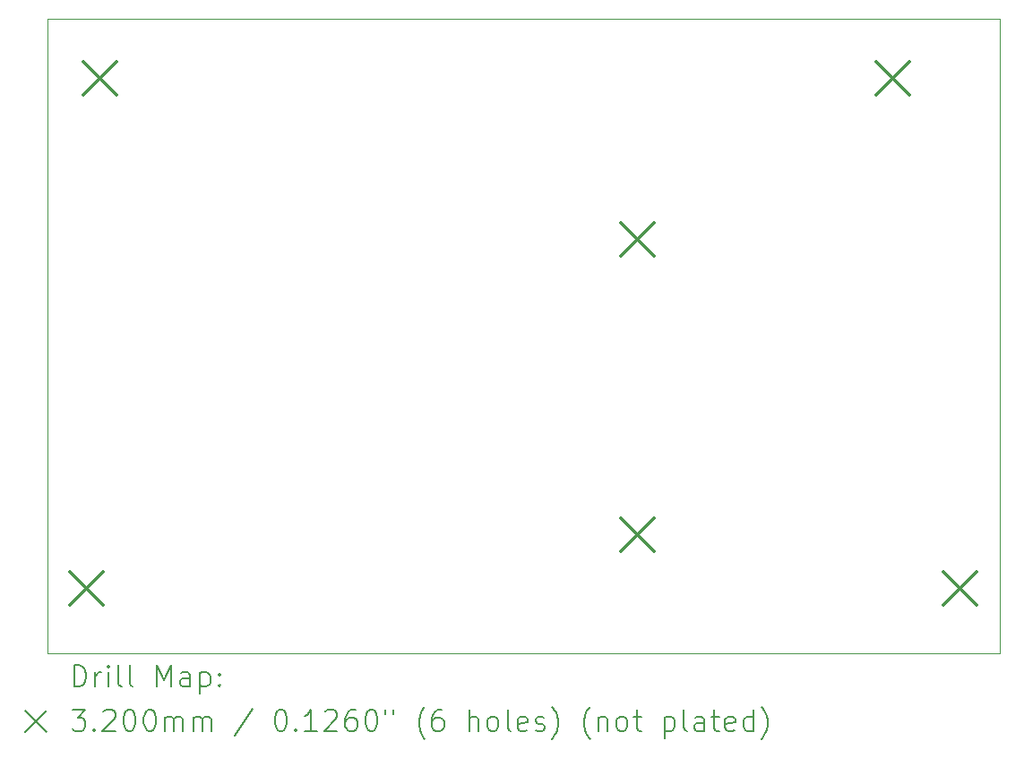
<source format=gbr>
%TF.GenerationSoftware,KiCad,Pcbnew,7.0.5*%
%TF.CreationDate,2023-09-27T13:54:26+07:00*%
%TF.ProjectId,sumoRobotPCB,73756d6f-526f-4626-9f74-5043422e6b69,rev?*%
%TF.SameCoordinates,Original*%
%TF.FileFunction,Drillmap*%
%TF.FilePolarity,Positive*%
%FSLAX45Y45*%
G04 Gerber Fmt 4.5, Leading zero omitted, Abs format (unit mm)*
G04 Created by KiCad (PCBNEW 7.0.5) date 2023-09-27 13:54:26*
%MOMM*%
%LPD*%
G01*
G04 APERTURE LIST*
%ADD10C,0.100000*%
%ADD11C,0.200000*%
%ADD12C,0.320000*%
G04 APERTURE END LIST*
D10*
X19004000Y-8863000D02*
X28004000Y-8863000D01*
X28004000Y-14863000D01*
X19004000Y-14863000D01*
X19004000Y-8863000D01*
D11*
D12*
X19216000Y-14092000D02*
X19536000Y-14412000D01*
X19536000Y-14092000D02*
X19216000Y-14412000D01*
X19343000Y-9266000D02*
X19663000Y-9586000D01*
X19663000Y-9266000D02*
X19343000Y-9586000D01*
X24423000Y-10790000D02*
X24743000Y-11110000D01*
X24743000Y-10790000D02*
X24423000Y-11110000D01*
X24423000Y-13584000D02*
X24743000Y-13904000D01*
X24743000Y-13584000D02*
X24423000Y-13904000D01*
X26836000Y-9266000D02*
X27156000Y-9586000D01*
X27156000Y-9266000D02*
X26836000Y-9586000D01*
X27471000Y-14092000D02*
X27791000Y-14412000D01*
X27791000Y-14092000D02*
X27471000Y-14412000D01*
D11*
X19259777Y-15179484D02*
X19259777Y-14979484D01*
X19259777Y-14979484D02*
X19307396Y-14979484D01*
X19307396Y-14979484D02*
X19335967Y-14989008D01*
X19335967Y-14989008D02*
X19355015Y-15008055D01*
X19355015Y-15008055D02*
X19364539Y-15027103D01*
X19364539Y-15027103D02*
X19374063Y-15065198D01*
X19374063Y-15065198D02*
X19374063Y-15093769D01*
X19374063Y-15093769D02*
X19364539Y-15131865D01*
X19364539Y-15131865D02*
X19355015Y-15150912D01*
X19355015Y-15150912D02*
X19335967Y-15169960D01*
X19335967Y-15169960D02*
X19307396Y-15179484D01*
X19307396Y-15179484D02*
X19259777Y-15179484D01*
X19459777Y-15179484D02*
X19459777Y-15046150D01*
X19459777Y-15084246D02*
X19469301Y-15065198D01*
X19469301Y-15065198D02*
X19478824Y-15055674D01*
X19478824Y-15055674D02*
X19497872Y-15046150D01*
X19497872Y-15046150D02*
X19516920Y-15046150D01*
X19583586Y-15179484D02*
X19583586Y-15046150D01*
X19583586Y-14979484D02*
X19574063Y-14989008D01*
X19574063Y-14989008D02*
X19583586Y-14998531D01*
X19583586Y-14998531D02*
X19593110Y-14989008D01*
X19593110Y-14989008D02*
X19583586Y-14979484D01*
X19583586Y-14979484D02*
X19583586Y-14998531D01*
X19707396Y-15179484D02*
X19688348Y-15169960D01*
X19688348Y-15169960D02*
X19678824Y-15150912D01*
X19678824Y-15150912D02*
X19678824Y-14979484D01*
X19812158Y-15179484D02*
X19793110Y-15169960D01*
X19793110Y-15169960D02*
X19783586Y-15150912D01*
X19783586Y-15150912D02*
X19783586Y-14979484D01*
X20040729Y-15179484D02*
X20040729Y-14979484D01*
X20040729Y-14979484D02*
X20107396Y-15122341D01*
X20107396Y-15122341D02*
X20174063Y-14979484D01*
X20174063Y-14979484D02*
X20174063Y-15179484D01*
X20355015Y-15179484D02*
X20355015Y-15074722D01*
X20355015Y-15074722D02*
X20345491Y-15055674D01*
X20345491Y-15055674D02*
X20326444Y-15046150D01*
X20326444Y-15046150D02*
X20288348Y-15046150D01*
X20288348Y-15046150D02*
X20269301Y-15055674D01*
X20355015Y-15169960D02*
X20335967Y-15179484D01*
X20335967Y-15179484D02*
X20288348Y-15179484D01*
X20288348Y-15179484D02*
X20269301Y-15169960D01*
X20269301Y-15169960D02*
X20259777Y-15150912D01*
X20259777Y-15150912D02*
X20259777Y-15131865D01*
X20259777Y-15131865D02*
X20269301Y-15112817D01*
X20269301Y-15112817D02*
X20288348Y-15103293D01*
X20288348Y-15103293D02*
X20335967Y-15103293D01*
X20335967Y-15103293D02*
X20355015Y-15093769D01*
X20450253Y-15046150D02*
X20450253Y-15246150D01*
X20450253Y-15055674D02*
X20469301Y-15046150D01*
X20469301Y-15046150D02*
X20507396Y-15046150D01*
X20507396Y-15046150D02*
X20526444Y-15055674D01*
X20526444Y-15055674D02*
X20535967Y-15065198D01*
X20535967Y-15065198D02*
X20545491Y-15084246D01*
X20545491Y-15084246D02*
X20545491Y-15141388D01*
X20545491Y-15141388D02*
X20535967Y-15160436D01*
X20535967Y-15160436D02*
X20526444Y-15169960D01*
X20526444Y-15169960D02*
X20507396Y-15179484D01*
X20507396Y-15179484D02*
X20469301Y-15179484D01*
X20469301Y-15179484D02*
X20450253Y-15169960D01*
X20631205Y-15160436D02*
X20640729Y-15169960D01*
X20640729Y-15169960D02*
X20631205Y-15179484D01*
X20631205Y-15179484D02*
X20621682Y-15169960D01*
X20621682Y-15169960D02*
X20631205Y-15160436D01*
X20631205Y-15160436D02*
X20631205Y-15179484D01*
X20631205Y-15055674D02*
X20640729Y-15065198D01*
X20640729Y-15065198D02*
X20631205Y-15074722D01*
X20631205Y-15074722D02*
X20621682Y-15065198D01*
X20621682Y-15065198D02*
X20631205Y-15055674D01*
X20631205Y-15055674D02*
X20631205Y-15074722D01*
X18799000Y-15408000D02*
X18999000Y-15608000D01*
X18999000Y-15408000D02*
X18799000Y-15608000D01*
X19240729Y-15399484D02*
X19364539Y-15399484D01*
X19364539Y-15399484D02*
X19297872Y-15475674D01*
X19297872Y-15475674D02*
X19326444Y-15475674D01*
X19326444Y-15475674D02*
X19345491Y-15485198D01*
X19345491Y-15485198D02*
X19355015Y-15494722D01*
X19355015Y-15494722D02*
X19364539Y-15513769D01*
X19364539Y-15513769D02*
X19364539Y-15561388D01*
X19364539Y-15561388D02*
X19355015Y-15580436D01*
X19355015Y-15580436D02*
X19345491Y-15589960D01*
X19345491Y-15589960D02*
X19326444Y-15599484D01*
X19326444Y-15599484D02*
X19269301Y-15599484D01*
X19269301Y-15599484D02*
X19250253Y-15589960D01*
X19250253Y-15589960D02*
X19240729Y-15580436D01*
X19450253Y-15580436D02*
X19459777Y-15589960D01*
X19459777Y-15589960D02*
X19450253Y-15599484D01*
X19450253Y-15599484D02*
X19440729Y-15589960D01*
X19440729Y-15589960D02*
X19450253Y-15580436D01*
X19450253Y-15580436D02*
X19450253Y-15599484D01*
X19535967Y-15418531D02*
X19545491Y-15409008D01*
X19545491Y-15409008D02*
X19564539Y-15399484D01*
X19564539Y-15399484D02*
X19612158Y-15399484D01*
X19612158Y-15399484D02*
X19631205Y-15409008D01*
X19631205Y-15409008D02*
X19640729Y-15418531D01*
X19640729Y-15418531D02*
X19650253Y-15437579D01*
X19650253Y-15437579D02*
X19650253Y-15456627D01*
X19650253Y-15456627D02*
X19640729Y-15485198D01*
X19640729Y-15485198D02*
X19526444Y-15599484D01*
X19526444Y-15599484D02*
X19650253Y-15599484D01*
X19774063Y-15399484D02*
X19793110Y-15399484D01*
X19793110Y-15399484D02*
X19812158Y-15409008D01*
X19812158Y-15409008D02*
X19821682Y-15418531D01*
X19821682Y-15418531D02*
X19831205Y-15437579D01*
X19831205Y-15437579D02*
X19840729Y-15475674D01*
X19840729Y-15475674D02*
X19840729Y-15523293D01*
X19840729Y-15523293D02*
X19831205Y-15561388D01*
X19831205Y-15561388D02*
X19821682Y-15580436D01*
X19821682Y-15580436D02*
X19812158Y-15589960D01*
X19812158Y-15589960D02*
X19793110Y-15599484D01*
X19793110Y-15599484D02*
X19774063Y-15599484D01*
X19774063Y-15599484D02*
X19755015Y-15589960D01*
X19755015Y-15589960D02*
X19745491Y-15580436D01*
X19745491Y-15580436D02*
X19735967Y-15561388D01*
X19735967Y-15561388D02*
X19726444Y-15523293D01*
X19726444Y-15523293D02*
X19726444Y-15475674D01*
X19726444Y-15475674D02*
X19735967Y-15437579D01*
X19735967Y-15437579D02*
X19745491Y-15418531D01*
X19745491Y-15418531D02*
X19755015Y-15409008D01*
X19755015Y-15409008D02*
X19774063Y-15399484D01*
X19964539Y-15399484D02*
X19983586Y-15399484D01*
X19983586Y-15399484D02*
X20002634Y-15409008D01*
X20002634Y-15409008D02*
X20012158Y-15418531D01*
X20012158Y-15418531D02*
X20021682Y-15437579D01*
X20021682Y-15437579D02*
X20031205Y-15475674D01*
X20031205Y-15475674D02*
X20031205Y-15523293D01*
X20031205Y-15523293D02*
X20021682Y-15561388D01*
X20021682Y-15561388D02*
X20012158Y-15580436D01*
X20012158Y-15580436D02*
X20002634Y-15589960D01*
X20002634Y-15589960D02*
X19983586Y-15599484D01*
X19983586Y-15599484D02*
X19964539Y-15599484D01*
X19964539Y-15599484D02*
X19945491Y-15589960D01*
X19945491Y-15589960D02*
X19935967Y-15580436D01*
X19935967Y-15580436D02*
X19926444Y-15561388D01*
X19926444Y-15561388D02*
X19916920Y-15523293D01*
X19916920Y-15523293D02*
X19916920Y-15475674D01*
X19916920Y-15475674D02*
X19926444Y-15437579D01*
X19926444Y-15437579D02*
X19935967Y-15418531D01*
X19935967Y-15418531D02*
X19945491Y-15409008D01*
X19945491Y-15409008D02*
X19964539Y-15399484D01*
X20116920Y-15599484D02*
X20116920Y-15466150D01*
X20116920Y-15485198D02*
X20126444Y-15475674D01*
X20126444Y-15475674D02*
X20145491Y-15466150D01*
X20145491Y-15466150D02*
X20174063Y-15466150D01*
X20174063Y-15466150D02*
X20193110Y-15475674D01*
X20193110Y-15475674D02*
X20202634Y-15494722D01*
X20202634Y-15494722D02*
X20202634Y-15599484D01*
X20202634Y-15494722D02*
X20212158Y-15475674D01*
X20212158Y-15475674D02*
X20231205Y-15466150D01*
X20231205Y-15466150D02*
X20259777Y-15466150D01*
X20259777Y-15466150D02*
X20278825Y-15475674D01*
X20278825Y-15475674D02*
X20288348Y-15494722D01*
X20288348Y-15494722D02*
X20288348Y-15599484D01*
X20383586Y-15599484D02*
X20383586Y-15466150D01*
X20383586Y-15485198D02*
X20393110Y-15475674D01*
X20393110Y-15475674D02*
X20412158Y-15466150D01*
X20412158Y-15466150D02*
X20440729Y-15466150D01*
X20440729Y-15466150D02*
X20459777Y-15475674D01*
X20459777Y-15475674D02*
X20469301Y-15494722D01*
X20469301Y-15494722D02*
X20469301Y-15599484D01*
X20469301Y-15494722D02*
X20478825Y-15475674D01*
X20478825Y-15475674D02*
X20497872Y-15466150D01*
X20497872Y-15466150D02*
X20526444Y-15466150D01*
X20526444Y-15466150D02*
X20545491Y-15475674D01*
X20545491Y-15475674D02*
X20555015Y-15494722D01*
X20555015Y-15494722D02*
X20555015Y-15599484D01*
X20945491Y-15389960D02*
X20774063Y-15647103D01*
X21202634Y-15399484D02*
X21221682Y-15399484D01*
X21221682Y-15399484D02*
X21240729Y-15409008D01*
X21240729Y-15409008D02*
X21250253Y-15418531D01*
X21250253Y-15418531D02*
X21259777Y-15437579D01*
X21259777Y-15437579D02*
X21269301Y-15475674D01*
X21269301Y-15475674D02*
X21269301Y-15523293D01*
X21269301Y-15523293D02*
X21259777Y-15561388D01*
X21259777Y-15561388D02*
X21250253Y-15580436D01*
X21250253Y-15580436D02*
X21240729Y-15589960D01*
X21240729Y-15589960D02*
X21221682Y-15599484D01*
X21221682Y-15599484D02*
X21202634Y-15599484D01*
X21202634Y-15599484D02*
X21183587Y-15589960D01*
X21183587Y-15589960D02*
X21174063Y-15580436D01*
X21174063Y-15580436D02*
X21164539Y-15561388D01*
X21164539Y-15561388D02*
X21155015Y-15523293D01*
X21155015Y-15523293D02*
X21155015Y-15475674D01*
X21155015Y-15475674D02*
X21164539Y-15437579D01*
X21164539Y-15437579D02*
X21174063Y-15418531D01*
X21174063Y-15418531D02*
X21183587Y-15409008D01*
X21183587Y-15409008D02*
X21202634Y-15399484D01*
X21355015Y-15580436D02*
X21364539Y-15589960D01*
X21364539Y-15589960D02*
X21355015Y-15599484D01*
X21355015Y-15599484D02*
X21345491Y-15589960D01*
X21345491Y-15589960D02*
X21355015Y-15580436D01*
X21355015Y-15580436D02*
X21355015Y-15599484D01*
X21555015Y-15599484D02*
X21440729Y-15599484D01*
X21497872Y-15599484D02*
X21497872Y-15399484D01*
X21497872Y-15399484D02*
X21478825Y-15428055D01*
X21478825Y-15428055D02*
X21459777Y-15447103D01*
X21459777Y-15447103D02*
X21440729Y-15456627D01*
X21631206Y-15418531D02*
X21640729Y-15409008D01*
X21640729Y-15409008D02*
X21659777Y-15399484D01*
X21659777Y-15399484D02*
X21707396Y-15399484D01*
X21707396Y-15399484D02*
X21726444Y-15409008D01*
X21726444Y-15409008D02*
X21735968Y-15418531D01*
X21735968Y-15418531D02*
X21745491Y-15437579D01*
X21745491Y-15437579D02*
X21745491Y-15456627D01*
X21745491Y-15456627D02*
X21735968Y-15485198D01*
X21735968Y-15485198D02*
X21621682Y-15599484D01*
X21621682Y-15599484D02*
X21745491Y-15599484D01*
X21916920Y-15399484D02*
X21878825Y-15399484D01*
X21878825Y-15399484D02*
X21859777Y-15409008D01*
X21859777Y-15409008D02*
X21850253Y-15418531D01*
X21850253Y-15418531D02*
X21831206Y-15447103D01*
X21831206Y-15447103D02*
X21821682Y-15485198D01*
X21821682Y-15485198D02*
X21821682Y-15561388D01*
X21821682Y-15561388D02*
X21831206Y-15580436D01*
X21831206Y-15580436D02*
X21840729Y-15589960D01*
X21840729Y-15589960D02*
X21859777Y-15599484D01*
X21859777Y-15599484D02*
X21897872Y-15599484D01*
X21897872Y-15599484D02*
X21916920Y-15589960D01*
X21916920Y-15589960D02*
X21926444Y-15580436D01*
X21926444Y-15580436D02*
X21935968Y-15561388D01*
X21935968Y-15561388D02*
X21935968Y-15513769D01*
X21935968Y-15513769D02*
X21926444Y-15494722D01*
X21926444Y-15494722D02*
X21916920Y-15485198D01*
X21916920Y-15485198D02*
X21897872Y-15475674D01*
X21897872Y-15475674D02*
X21859777Y-15475674D01*
X21859777Y-15475674D02*
X21840729Y-15485198D01*
X21840729Y-15485198D02*
X21831206Y-15494722D01*
X21831206Y-15494722D02*
X21821682Y-15513769D01*
X22059777Y-15399484D02*
X22078825Y-15399484D01*
X22078825Y-15399484D02*
X22097872Y-15409008D01*
X22097872Y-15409008D02*
X22107396Y-15418531D01*
X22107396Y-15418531D02*
X22116920Y-15437579D01*
X22116920Y-15437579D02*
X22126444Y-15475674D01*
X22126444Y-15475674D02*
X22126444Y-15523293D01*
X22126444Y-15523293D02*
X22116920Y-15561388D01*
X22116920Y-15561388D02*
X22107396Y-15580436D01*
X22107396Y-15580436D02*
X22097872Y-15589960D01*
X22097872Y-15589960D02*
X22078825Y-15599484D01*
X22078825Y-15599484D02*
X22059777Y-15599484D01*
X22059777Y-15599484D02*
X22040729Y-15589960D01*
X22040729Y-15589960D02*
X22031206Y-15580436D01*
X22031206Y-15580436D02*
X22021682Y-15561388D01*
X22021682Y-15561388D02*
X22012158Y-15523293D01*
X22012158Y-15523293D02*
X22012158Y-15475674D01*
X22012158Y-15475674D02*
X22021682Y-15437579D01*
X22021682Y-15437579D02*
X22031206Y-15418531D01*
X22031206Y-15418531D02*
X22040729Y-15409008D01*
X22040729Y-15409008D02*
X22059777Y-15399484D01*
X22202634Y-15399484D02*
X22202634Y-15437579D01*
X22278825Y-15399484D02*
X22278825Y-15437579D01*
X22574063Y-15675674D02*
X22564539Y-15666150D01*
X22564539Y-15666150D02*
X22545491Y-15637579D01*
X22545491Y-15637579D02*
X22535968Y-15618531D01*
X22535968Y-15618531D02*
X22526444Y-15589960D01*
X22526444Y-15589960D02*
X22516920Y-15542341D01*
X22516920Y-15542341D02*
X22516920Y-15504246D01*
X22516920Y-15504246D02*
X22526444Y-15456627D01*
X22526444Y-15456627D02*
X22535968Y-15428055D01*
X22535968Y-15428055D02*
X22545491Y-15409008D01*
X22545491Y-15409008D02*
X22564539Y-15380436D01*
X22564539Y-15380436D02*
X22574063Y-15370912D01*
X22735968Y-15399484D02*
X22697872Y-15399484D01*
X22697872Y-15399484D02*
X22678825Y-15409008D01*
X22678825Y-15409008D02*
X22669301Y-15418531D01*
X22669301Y-15418531D02*
X22650253Y-15447103D01*
X22650253Y-15447103D02*
X22640729Y-15485198D01*
X22640729Y-15485198D02*
X22640729Y-15561388D01*
X22640729Y-15561388D02*
X22650253Y-15580436D01*
X22650253Y-15580436D02*
X22659777Y-15589960D01*
X22659777Y-15589960D02*
X22678825Y-15599484D01*
X22678825Y-15599484D02*
X22716920Y-15599484D01*
X22716920Y-15599484D02*
X22735968Y-15589960D01*
X22735968Y-15589960D02*
X22745491Y-15580436D01*
X22745491Y-15580436D02*
X22755015Y-15561388D01*
X22755015Y-15561388D02*
X22755015Y-15513769D01*
X22755015Y-15513769D02*
X22745491Y-15494722D01*
X22745491Y-15494722D02*
X22735968Y-15485198D01*
X22735968Y-15485198D02*
X22716920Y-15475674D01*
X22716920Y-15475674D02*
X22678825Y-15475674D01*
X22678825Y-15475674D02*
X22659777Y-15485198D01*
X22659777Y-15485198D02*
X22650253Y-15494722D01*
X22650253Y-15494722D02*
X22640729Y-15513769D01*
X22993110Y-15599484D02*
X22993110Y-15399484D01*
X23078825Y-15599484D02*
X23078825Y-15494722D01*
X23078825Y-15494722D02*
X23069301Y-15475674D01*
X23069301Y-15475674D02*
X23050253Y-15466150D01*
X23050253Y-15466150D02*
X23021682Y-15466150D01*
X23021682Y-15466150D02*
X23002634Y-15475674D01*
X23002634Y-15475674D02*
X22993110Y-15485198D01*
X23202634Y-15599484D02*
X23183587Y-15589960D01*
X23183587Y-15589960D02*
X23174063Y-15580436D01*
X23174063Y-15580436D02*
X23164539Y-15561388D01*
X23164539Y-15561388D02*
X23164539Y-15504246D01*
X23164539Y-15504246D02*
X23174063Y-15485198D01*
X23174063Y-15485198D02*
X23183587Y-15475674D01*
X23183587Y-15475674D02*
X23202634Y-15466150D01*
X23202634Y-15466150D02*
X23231206Y-15466150D01*
X23231206Y-15466150D02*
X23250253Y-15475674D01*
X23250253Y-15475674D02*
X23259777Y-15485198D01*
X23259777Y-15485198D02*
X23269301Y-15504246D01*
X23269301Y-15504246D02*
X23269301Y-15561388D01*
X23269301Y-15561388D02*
X23259777Y-15580436D01*
X23259777Y-15580436D02*
X23250253Y-15589960D01*
X23250253Y-15589960D02*
X23231206Y-15599484D01*
X23231206Y-15599484D02*
X23202634Y-15599484D01*
X23383587Y-15599484D02*
X23364539Y-15589960D01*
X23364539Y-15589960D02*
X23355015Y-15570912D01*
X23355015Y-15570912D02*
X23355015Y-15399484D01*
X23535968Y-15589960D02*
X23516920Y-15599484D01*
X23516920Y-15599484D02*
X23478825Y-15599484D01*
X23478825Y-15599484D02*
X23459777Y-15589960D01*
X23459777Y-15589960D02*
X23450253Y-15570912D01*
X23450253Y-15570912D02*
X23450253Y-15494722D01*
X23450253Y-15494722D02*
X23459777Y-15475674D01*
X23459777Y-15475674D02*
X23478825Y-15466150D01*
X23478825Y-15466150D02*
X23516920Y-15466150D01*
X23516920Y-15466150D02*
X23535968Y-15475674D01*
X23535968Y-15475674D02*
X23545491Y-15494722D01*
X23545491Y-15494722D02*
X23545491Y-15513769D01*
X23545491Y-15513769D02*
X23450253Y-15532817D01*
X23621682Y-15589960D02*
X23640730Y-15599484D01*
X23640730Y-15599484D02*
X23678825Y-15599484D01*
X23678825Y-15599484D02*
X23697872Y-15589960D01*
X23697872Y-15589960D02*
X23707396Y-15570912D01*
X23707396Y-15570912D02*
X23707396Y-15561388D01*
X23707396Y-15561388D02*
X23697872Y-15542341D01*
X23697872Y-15542341D02*
X23678825Y-15532817D01*
X23678825Y-15532817D02*
X23650253Y-15532817D01*
X23650253Y-15532817D02*
X23631206Y-15523293D01*
X23631206Y-15523293D02*
X23621682Y-15504246D01*
X23621682Y-15504246D02*
X23621682Y-15494722D01*
X23621682Y-15494722D02*
X23631206Y-15475674D01*
X23631206Y-15475674D02*
X23650253Y-15466150D01*
X23650253Y-15466150D02*
X23678825Y-15466150D01*
X23678825Y-15466150D02*
X23697872Y-15475674D01*
X23774063Y-15675674D02*
X23783587Y-15666150D01*
X23783587Y-15666150D02*
X23802634Y-15637579D01*
X23802634Y-15637579D02*
X23812158Y-15618531D01*
X23812158Y-15618531D02*
X23821682Y-15589960D01*
X23821682Y-15589960D02*
X23831206Y-15542341D01*
X23831206Y-15542341D02*
X23831206Y-15504246D01*
X23831206Y-15504246D02*
X23821682Y-15456627D01*
X23821682Y-15456627D02*
X23812158Y-15428055D01*
X23812158Y-15428055D02*
X23802634Y-15409008D01*
X23802634Y-15409008D02*
X23783587Y-15380436D01*
X23783587Y-15380436D02*
X23774063Y-15370912D01*
X24135968Y-15675674D02*
X24126444Y-15666150D01*
X24126444Y-15666150D02*
X24107396Y-15637579D01*
X24107396Y-15637579D02*
X24097872Y-15618531D01*
X24097872Y-15618531D02*
X24088349Y-15589960D01*
X24088349Y-15589960D02*
X24078825Y-15542341D01*
X24078825Y-15542341D02*
X24078825Y-15504246D01*
X24078825Y-15504246D02*
X24088349Y-15456627D01*
X24088349Y-15456627D02*
X24097872Y-15428055D01*
X24097872Y-15428055D02*
X24107396Y-15409008D01*
X24107396Y-15409008D02*
X24126444Y-15380436D01*
X24126444Y-15380436D02*
X24135968Y-15370912D01*
X24212158Y-15466150D02*
X24212158Y-15599484D01*
X24212158Y-15485198D02*
X24221682Y-15475674D01*
X24221682Y-15475674D02*
X24240730Y-15466150D01*
X24240730Y-15466150D02*
X24269301Y-15466150D01*
X24269301Y-15466150D02*
X24288349Y-15475674D01*
X24288349Y-15475674D02*
X24297872Y-15494722D01*
X24297872Y-15494722D02*
X24297872Y-15599484D01*
X24421682Y-15599484D02*
X24402634Y-15589960D01*
X24402634Y-15589960D02*
X24393111Y-15580436D01*
X24393111Y-15580436D02*
X24383587Y-15561388D01*
X24383587Y-15561388D02*
X24383587Y-15504246D01*
X24383587Y-15504246D02*
X24393111Y-15485198D01*
X24393111Y-15485198D02*
X24402634Y-15475674D01*
X24402634Y-15475674D02*
X24421682Y-15466150D01*
X24421682Y-15466150D02*
X24450253Y-15466150D01*
X24450253Y-15466150D02*
X24469301Y-15475674D01*
X24469301Y-15475674D02*
X24478825Y-15485198D01*
X24478825Y-15485198D02*
X24488349Y-15504246D01*
X24488349Y-15504246D02*
X24488349Y-15561388D01*
X24488349Y-15561388D02*
X24478825Y-15580436D01*
X24478825Y-15580436D02*
X24469301Y-15589960D01*
X24469301Y-15589960D02*
X24450253Y-15599484D01*
X24450253Y-15599484D02*
X24421682Y-15599484D01*
X24545492Y-15466150D02*
X24621682Y-15466150D01*
X24574063Y-15399484D02*
X24574063Y-15570912D01*
X24574063Y-15570912D02*
X24583587Y-15589960D01*
X24583587Y-15589960D02*
X24602634Y-15599484D01*
X24602634Y-15599484D02*
X24621682Y-15599484D01*
X24840730Y-15466150D02*
X24840730Y-15666150D01*
X24840730Y-15475674D02*
X24859777Y-15466150D01*
X24859777Y-15466150D02*
X24897873Y-15466150D01*
X24897873Y-15466150D02*
X24916920Y-15475674D01*
X24916920Y-15475674D02*
X24926444Y-15485198D01*
X24926444Y-15485198D02*
X24935968Y-15504246D01*
X24935968Y-15504246D02*
X24935968Y-15561388D01*
X24935968Y-15561388D02*
X24926444Y-15580436D01*
X24926444Y-15580436D02*
X24916920Y-15589960D01*
X24916920Y-15589960D02*
X24897873Y-15599484D01*
X24897873Y-15599484D02*
X24859777Y-15599484D01*
X24859777Y-15599484D02*
X24840730Y-15589960D01*
X25050253Y-15599484D02*
X25031206Y-15589960D01*
X25031206Y-15589960D02*
X25021682Y-15570912D01*
X25021682Y-15570912D02*
X25021682Y-15399484D01*
X25212158Y-15599484D02*
X25212158Y-15494722D01*
X25212158Y-15494722D02*
X25202634Y-15475674D01*
X25202634Y-15475674D02*
X25183587Y-15466150D01*
X25183587Y-15466150D02*
X25145492Y-15466150D01*
X25145492Y-15466150D02*
X25126444Y-15475674D01*
X25212158Y-15589960D02*
X25193111Y-15599484D01*
X25193111Y-15599484D02*
X25145492Y-15599484D01*
X25145492Y-15599484D02*
X25126444Y-15589960D01*
X25126444Y-15589960D02*
X25116920Y-15570912D01*
X25116920Y-15570912D02*
X25116920Y-15551865D01*
X25116920Y-15551865D02*
X25126444Y-15532817D01*
X25126444Y-15532817D02*
X25145492Y-15523293D01*
X25145492Y-15523293D02*
X25193111Y-15523293D01*
X25193111Y-15523293D02*
X25212158Y-15513769D01*
X25278825Y-15466150D02*
X25355015Y-15466150D01*
X25307396Y-15399484D02*
X25307396Y-15570912D01*
X25307396Y-15570912D02*
X25316920Y-15589960D01*
X25316920Y-15589960D02*
X25335968Y-15599484D01*
X25335968Y-15599484D02*
X25355015Y-15599484D01*
X25497873Y-15589960D02*
X25478825Y-15599484D01*
X25478825Y-15599484D02*
X25440730Y-15599484D01*
X25440730Y-15599484D02*
X25421682Y-15589960D01*
X25421682Y-15589960D02*
X25412158Y-15570912D01*
X25412158Y-15570912D02*
X25412158Y-15494722D01*
X25412158Y-15494722D02*
X25421682Y-15475674D01*
X25421682Y-15475674D02*
X25440730Y-15466150D01*
X25440730Y-15466150D02*
X25478825Y-15466150D01*
X25478825Y-15466150D02*
X25497873Y-15475674D01*
X25497873Y-15475674D02*
X25507396Y-15494722D01*
X25507396Y-15494722D02*
X25507396Y-15513769D01*
X25507396Y-15513769D02*
X25412158Y-15532817D01*
X25678825Y-15599484D02*
X25678825Y-15399484D01*
X25678825Y-15589960D02*
X25659777Y-15599484D01*
X25659777Y-15599484D02*
X25621682Y-15599484D01*
X25621682Y-15599484D02*
X25602634Y-15589960D01*
X25602634Y-15589960D02*
X25593111Y-15580436D01*
X25593111Y-15580436D02*
X25583587Y-15561388D01*
X25583587Y-15561388D02*
X25583587Y-15504246D01*
X25583587Y-15504246D02*
X25593111Y-15485198D01*
X25593111Y-15485198D02*
X25602634Y-15475674D01*
X25602634Y-15475674D02*
X25621682Y-15466150D01*
X25621682Y-15466150D02*
X25659777Y-15466150D01*
X25659777Y-15466150D02*
X25678825Y-15475674D01*
X25755015Y-15675674D02*
X25764539Y-15666150D01*
X25764539Y-15666150D02*
X25783587Y-15637579D01*
X25783587Y-15637579D02*
X25793111Y-15618531D01*
X25793111Y-15618531D02*
X25802634Y-15589960D01*
X25802634Y-15589960D02*
X25812158Y-15542341D01*
X25812158Y-15542341D02*
X25812158Y-15504246D01*
X25812158Y-15504246D02*
X25802634Y-15456627D01*
X25802634Y-15456627D02*
X25793111Y-15428055D01*
X25793111Y-15428055D02*
X25783587Y-15409008D01*
X25783587Y-15409008D02*
X25764539Y-15380436D01*
X25764539Y-15380436D02*
X25755015Y-15370912D01*
M02*

</source>
